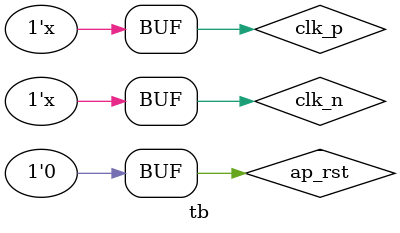
<source format=v>
`timescale 1 ns / 1 ps 
`include "macro.v"
module tb;

//################################################
reg clk_p;
wire clk_n;
reg ap_rst;
wire probe_out;
wire [3:0] data_out;
wire data_valid;

wrapper_bambu top(.clk_p(clk_p), .clk_n(clk_n), .ap_rst(ap_rst), .probe_out(probe_out), .data_out(data_out), .data_valid(data_valid));

//################################################
initial
begin
    clk_p = 0;
    ap_rst = 1;
    #100 ap_rst = 0;
end

always #1.667 clk_p = ~clk_p;
assign clk_n = ~clk_p;

//################################################
//integer rec_y_0;
//initial rec_y_0 = $fopen("fpga_y_out_0.txt","w");
//always@(posedge top.ap_clk)
//begin
//    if(top.y_out_write)
//    begin
//        $fwrite(rec_y_0, "%h\n", top.y_out_din);
//    end
//end

endmodule
</source>
